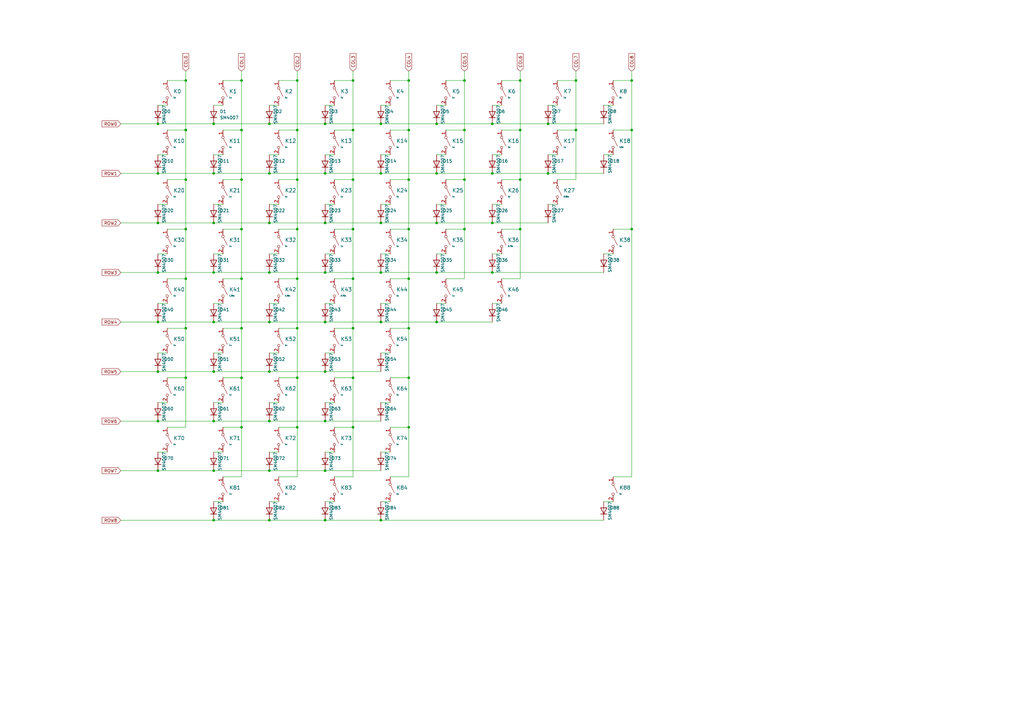
<source format=kicad_sch>
(kicad_sch (version 20211123) (generator eeschema)
  (paper "A3")
  (junction (at 167.64 175.26))
  (junction (at 167.64 114.3))
  (junction (at 190.5 73.66))
  (junction (at 179.07 50.8))
  (junction (at 259.08 53.34))
  (junction (at 64.77 91.44))
  (junction (at 110.49 50.8))
  (junction (at 224.79 50.8))
  (junction (at 201.93 71.12))
  (junction (at 259.08 33.02))
  (junction (at 121.92 33.02))
  (junction (at 76.2 154.94))
  (junction (at 236.22 53.34))
  (junction (at 156.21 111.76))
  (junction (at 213.36 53.34))
  (junction (at 76.2 53.34))
  (junction (at 201.93 50.8))
  (junction (at 133.35 71.12))
  (junction (at 64.77 132.08))
  (junction (at 213.36 33.02))
  (junction (at 110.49 132.08))
  (junction (at 156.21 213.36))
  (junction (at 179.07 71.12))
  (junction (at 144.78 73.66))
  (junction (at 121.92 175.26))
  (junction (at 87.63 172.72))
  (junction (at 179.07 132.08))
  (junction (at 144.78 134.62))
  (junction (at 133.35 152.4))
  (junction (at 156.21 132.08))
  (junction (at 87.63 193.04))
  (junction (at 110.49 91.44))
  (junction (at 110.49 111.76))
  (junction (at 99.06 33.02))
  (junction (at 64.77 193.04))
  (junction (at 133.35 50.8))
  (junction (at 121.92 53.34))
  (junction (at 156.21 50.8))
  (junction (at 87.63 213.36))
  (junction (at 224.79 71.12))
  (junction (at 87.63 132.08))
  (junction (at 121.92 134.62))
  (junction (at 121.92 114.3))
  (junction (at 190.5 93.98))
  (junction (at 156.21 91.44))
  (junction (at 110.49 193.04))
  (junction (at 236.22 33.02))
  (junction (at 179.07 91.44))
  (junction (at 167.64 73.66))
  (junction (at 133.35 111.76))
  (junction (at 87.63 152.4))
  (junction (at 76.2 73.66))
  (junction (at 167.64 53.34))
  (junction (at 110.49 213.36))
  (junction (at 64.77 71.12))
  (junction (at 144.78 154.94))
  (junction (at 99.06 53.34))
  (junction (at 110.49 172.72))
  (junction (at 99.06 154.94))
  (junction (at 190.5 33.02))
  (junction (at 167.64 33.02))
  (junction (at 99.06 73.66))
  (junction (at 133.35 91.44))
  (junction (at 121.92 154.94))
  (junction (at 144.78 175.26))
  (junction (at 76.2 33.02))
  (junction (at 76.2 93.98))
  (junction (at 110.49 71.12))
  (junction (at 201.93 111.76))
  (junction (at 179.07 111.76))
  (junction (at 87.63 71.12))
  (junction (at 64.77 50.8))
  (junction (at 213.36 73.66))
  (junction (at 144.78 53.34))
  (junction (at 133.35 193.04))
  (junction (at 259.08 93.98))
  (junction (at 133.35 172.72))
  (junction (at 167.64 134.62))
  (junction (at 76.2 134.62))
  (junction (at 99.06 93.98))
  (junction (at 167.64 93.98))
  (junction (at 110.49 152.4))
  (junction (at 156.21 71.12))
  (junction (at 201.93 91.44))
  (junction (at 167.64 154.94))
  (junction (at 64.77 152.4))
  (junction (at 144.78 93.98))
  (junction (at 121.92 73.66))
  (junction (at 87.63 50.8))
  (junction (at 64.77 172.72))
  (junction (at 87.63 91.44))
  (junction (at 144.78 114.3))
  (junction (at 133.35 213.36))
  (junction (at 133.35 132.08))
  (junction (at 99.06 175.26))
  (junction (at 121.92 93.98))
  (junction (at 190.5 53.34))
  (junction (at 64.77 111.76))
  (junction (at 99.06 134.62))
  (junction (at 144.78 33.02))
  (junction (at 76.2 114.3))
  (junction (at 213.36 93.98))
  (junction (at 99.06 114.3))
  (junction (at 87.63 111.76))
  (wire (pts (xy 49.53 71.12) (xy 64.77 71.12)))
  (wire (pts (xy 236.22 53.34) (xy 236.22 73.66)))
  (wire (pts (xy 64.77 185.42) (xy 68.58 185.42)))
  (wire (pts (xy 91.44 154.94) (xy 99.06 154.94)))
  (wire (pts (xy 160.02 114.3) (xy 167.64 114.3)))
  (wire (pts (xy 156.21 71.12) (xy 179.07 71.12)))
  (wire (pts (xy 224.79 71.12) (xy 247.65 71.12)))
  (wire (pts (xy 121.92 134.62) (xy 121.92 154.94)))
  (wire (pts (xy 68.58 114.3) (xy 76.2 114.3)))
  (wire (pts (xy 133.35 132.08) (xy 156.21 132.08)))
  (wire (pts (xy 87.63 152.4) (xy 110.49 152.4)))
  (wire (pts (xy 156.21 132.08) (xy 179.07 132.08)))
  (wire (pts (xy 144.78 29.21) (xy 144.78 33.02)))
  (wire (pts (xy 99.06 154.94) (xy 99.06 175.26)))
  (wire (pts (xy 156.21 83.82) (xy 160.02 83.82)))
  (wire (pts (xy 201.93 111.76) (xy 247.65 111.76)))
  (wire (pts (xy 87.63 43.18) (xy 91.44 43.18)))
  (wire (pts (xy 156.21 185.42) (xy 160.02 185.42)))
  (wire (pts (xy 99.06 93.98) (xy 99.06 114.3)))
  (wire (pts (xy 133.35 50.8) (xy 156.21 50.8)))
  (wire (pts (xy 167.64 33.02) (xy 167.64 53.34)))
  (wire (pts (xy 160.02 134.62) (xy 167.64 134.62)))
  (wire (pts (xy 133.35 124.46) (xy 137.16 124.46)))
  (wire (pts (xy 144.78 33.02) (xy 144.78 53.34)))
  (wire (pts (xy 114.3 175.26) (xy 121.92 175.26)))
  (wire (pts (xy 156.21 50.8) (xy 179.07 50.8)))
  (wire (pts (xy 205.74 114.3) (xy 213.36 114.3)))
  (wire (pts (xy 190.5 73.66) (xy 190.5 93.98)))
  (wire (pts (xy 99.06 33.02) (xy 91.44 33.02)))
  (wire (pts (xy 91.44 195.58) (xy 99.06 195.58)))
  (wire (pts (xy 167.64 29.21) (xy 167.64 33.02)))
  (wire (pts (xy 114.3 134.62) (xy 121.92 134.62)))
  (wire (pts (xy 87.63 144.78) (xy 91.44 144.78)))
  (wire (pts (xy 167.64 93.98) (xy 167.64 114.3)))
  (wire (pts (xy 68.58 93.98) (xy 76.2 93.98)))
  (wire (pts (xy 64.77 104.14) (xy 68.58 104.14)))
  (wire (pts (xy 91.44 53.34) (xy 99.06 53.34)))
  (wire (pts (xy 156.21 124.46) (xy 160.02 124.46)))
  (wire (pts (xy 179.07 132.08) (xy 201.93 132.08)))
  (wire (pts (xy 114.3 93.98) (xy 121.92 93.98)))
  (wire (pts (xy 179.07 43.18) (xy 182.88 43.18)))
  (wire (pts (xy 160.02 93.98) (xy 167.64 93.98)))
  (wire (pts (xy 110.49 144.78) (xy 114.3 144.78)))
  (wire (pts (xy 64.77 132.08) (xy 87.63 132.08)))
  (wire (pts (xy 190.5 53.34) (xy 190.5 73.66)))
  (wire (pts (xy 137.16 134.62) (xy 144.78 134.62)))
  (wire (pts (xy 190.5 33.02) (xy 190.5 53.34)))
  (wire (pts (xy 236.22 29.21) (xy 236.22 33.02)))
  (wire (pts (xy 110.49 91.44) (xy 133.35 91.44)))
  (wire (pts (xy 137.16 195.58) (xy 144.78 195.58)))
  (wire (pts (xy 179.07 50.8) (xy 201.93 50.8)))
  (wire (pts (xy 68.58 73.66) (xy 76.2 73.66)))
  (wire (pts (xy 76.2 29.21) (xy 76.2 33.02)))
  (wire (pts (xy 87.63 132.08) (xy 110.49 132.08)))
  (wire (pts (xy 64.77 91.44) (xy 87.63 91.44)))
  (wire (pts (xy 213.36 29.21) (xy 213.36 33.02)))
  (wire (pts (xy 64.77 63.5) (xy 68.58 63.5)))
  (wire (pts (xy 133.35 165.1) (xy 137.16 165.1)))
  (wire (pts (xy 87.63 63.5) (xy 91.44 63.5)))
  (wire (pts (xy 87.63 111.76) (xy 110.49 111.76)))
  (wire (pts (xy 137.16 114.3) (xy 144.78 114.3)))
  (wire (pts (xy 133.35 144.78) (xy 137.16 144.78)))
  (wire (pts (xy 201.93 91.44) (xy 224.79 91.44)))
  (wire (pts (xy 121.92 29.21) (xy 121.92 33.02)))
  (wire (pts (xy 133.35 111.76) (xy 156.21 111.76)))
  (wire (pts (xy 133.35 91.44) (xy 156.21 91.44)))
  (wire (pts (xy 247.65 205.74) (xy 251.46 205.74)))
  (wire (pts (xy 76.2 93.98) (xy 76.2 114.3)))
  (wire (pts (xy 114.3 114.3) (xy 121.92 114.3)))
  (wire (pts (xy 87.63 185.42) (xy 91.44 185.42)))
  (wire (pts (xy 133.35 185.42) (xy 137.16 185.42)))
  (wire (pts (xy 76.2 114.3) (xy 76.2 134.62)))
  (wire (pts (xy 87.63 83.82) (xy 91.44 83.82)))
  (wire (pts (xy 236.22 33.02) (xy 228.6 33.02)))
  (wire (pts (xy 167.64 154.94) (xy 167.64 175.26)))
  (wire (pts (xy 110.49 124.46) (xy 114.3 124.46)))
  (wire (pts (xy 49.53 91.44) (xy 64.77 91.44)))
  (wire (pts (xy 213.36 33.02) (xy 213.36 53.34)))
  (wire (pts (xy 167.64 175.26) (xy 167.64 195.58)))
  (wire (pts (xy 213.36 33.02) (xy 205.74 33.02)))
  (wire (pts (xy 64.77 83.82) (xy 68.58 83.82)))
  (wire (pts (xy 110.49 43.18) (xy 114.3 43.18)))
  (wire (pts (xy 87.63 193.04) (xy 110.49 193.04)))
  (wire (pts (xy 156.21 111.76) (xy 179.07 111.76)))
  (wire (pts (xy 68.58 134.62) (xy 76.2 134.62)))
  (wire (pts (xy 68.58 53.34) (xy 76.2 53.34)))
  (wire (pts (xy 167.64 114.3) (xy 167.64 134.62)))
  (wire (pts (xy 99.06 175.26) (xy 99.06 195.58)))
  (wire (pts (xy 110.49 132.08) (xy 133.35 132.08)))
  (wire (pts (xy 121.92 154.94) (xy 121.92 175.26)))
  (wire (pts (xy 201.93 124.46) (xy 205.74 124.46)))
  (wire (pts (xy 76.2 33.02) (xy 76.2 53.34)))
  (wire (pts (xy 49.53 172.72) (xy 64.77 172.72)))
  (wire (pts (xy 133.35 193.04) (xy 156.21 193.04)))
  (wire (pts (xy 247.65 63.5) (xy 251.46 63.5)))
  (wire (pts (xy 68.58 33.02) (xy 76.2 33.02)))
  (wire (pts (xy 167.64 33.02) (xy 160.02 33.02)))
  (wire (pts (xy 121.92 53.34) (xy 121.92 73.66)))
  (wire (pts (xy 64.77 165.1) (xy 68.58 165.1)))
  (wire (pts (xy 251.46 53.34) (xy 259.08 53.34)))
  (wire (pts (xy 179.07 71.12) (xy 201.93 71.12)))
  (wire (pts (xy 91.44 175.26) (xy 99.06 175.26)))
  (wire (pts (xy 87.63 124.46) (xy 91.44 124.46)))
  (wire (pts (xy 251.46 93.98) (xy 259.08 93.98)))
  (wire (pts (xy 64.77 124.46) (xy 68.58 124.46)))
  (wire (pts (xy 182.88 114.3) (xy 190.5 114.3)))
  (wire (pts (xy 64.77 111.76) (xy 87.63 111.76)))
  (wire (pts (xy 144.78 134.62) (xy 144.78 154.94)))
  (wire (pts (xy 110.49 104.14) (xy 114.3 104.14)))
  (wire (pts (xy 224.79 63.5) (xy 228.6 63.5)))
  (wire (pts (xy 121.92 33.02) (xy 121.92 53.34)))
  (wire (pts (xy 179.07 111.76) (xy 201.93 111.76)))
  (wire (pts (xy 182.88 93.98) (xy 190.5 93.98)))
  (wire (pts (xy 110.49 172.72) (xy 133.35 172.72)))
  (wire (pts (xy 133.35 63.5) (xy 137.16 63.5)))
  (wire (pts (xy 144.78 114.3) (xy 144.78 134.62)))
  (wire (pts (xy 110.49 213.36) (xy 133.35 213.36)))
  (wire (pts (xy 160.02 175.26) (xy 167.64 175.26)))
  (wire (pts (xy 137.16 53.34) (xy 144.78 53.34)))
  (wire (pts (xy 87.63 104.14) (xy 91.44 104.14)))
  (wire (pts (xy 228.6 73.66) (xy 236.22 73.66)))
  (wire (pts (xy 49.53 111.76) (xy 64.77 111.76)))
  (wire (pts (xy 236.22 33.02) (xy 236.22 53.34)))
  (wire (pts (xy 228.6 53.34) (xy 236.22 53.34)))
  (wire (pts (xy 87.63 91.44) (xy 110.49 91.44)))
  (wire (pts (xy 49.53 50.8) (xy 64.77 50.8)))
  (wire (pts (xy 201.93 71.12) (xy 224.79 71.12)))
  (wire (pts (xy 49.53 152.4) (xy 64.77 152.4)))
  (wire (pts (xy 213.36 53.34) (xy 213.36 73.66)))
  (wire (pts (xy 156.21 144.78) (xy 160.02 144.78)))
  (wire (pts (xy 49.53 132.08) (xy 64.77 132.08)))
  (wire (pts (xy 247.65 104.14) (xy 251.46 104.14)))
  (wire (pts (xy 144.78 175.26) (xy 144.78 195.58)))
  (wire (pts (xy 133.35 104.14) (xy 137.16 104.14)))
  (wire (pts (xy 137.16 154.94) (xy 144.78 154.94)))
  (wire (pts (xy 137.16 73.66) (xy 144.78 73.66)))
  (wire (pts (xy 114.3 195.58) (xy 121.92 195.58)))
  (wire (pts (xy 144.78 73.66) (xy 144.78 93.98)))
  (wire (pts (xy 182.88 73.66) (xy 190.5 73.66)))
  (wire (pts (xy 259.08 33.02) (xy 259.08 53.34)))
  (wire (pts (xy 167.64 53.34) (xy 167.64 73.66)))
  (wire (pts (xy 121.92 73.66) (xy 121.92 93.98)))
  (wire (pts (xy 76.2 154.94) (xy 76.2 175.26)))
  (wire (pts (xy 110.49 165.1) (xy 114.3 165.1)))
  (wire (pts (xy 179.07 91.44) (xy 201.93 91.44)))
  (wire (pts (xy 213.36 93.98) (xy 213.36 114.3)))
  (wire (pts (xy 182.88 53.34) (xy 190.5 53.34)))
  (wire (pts (xy 133.35 152.4) (xy 156.21 152.4)))
  (wire (pts (xy 49.53 213.36) (xy 87.63 213.36)))
  (wire (pts (xy 76.2 53.34) (xy 76.2 73.66)))
  (wire (pts (xy 64.77 50.8) (xy 87.63 50.8)))
  (wire (pts (xy 121.92 114.3) (xy 121.92 134.62)))
  (wire (pts (xy 110.49 185.42) (xy 114.3 185.42)))
  (wire (pts (xy 190.5 93.98) (xy 190.5 114.3)))
  (wire (pts (xy 99.06 114.3) (xy 99.06 134.62)))
  (wire (pts (xy 201.93 104.14) (xy 205.74 104.14)))
  (wire (pts (xy 110.49 111.76) (xy 133.35 111.76)))
  (wire (pts (xy 156.21 205.74) (xy 160.02 205.74)))
  (wire (pts (xy 160.02 195.58) (xy 167.64 195.58)))
  (wire (pts (xy 110.49 71.12) (xy 133.35 71.12)))
  (wire (pts (xy 259.08 93.98) (xy 259.08 195.58)))
  (wire (pts (xy 114.3 154.94) (xy 121.92 154.94)))
  (wire (pts (xy 144.78 33.02) (xy 137.16 33.02)))
  (wire (pts (xy 91.44 114.3) (xy 99.06 114.3)))
  (wire (pts (xy 114.3 73.66) (xy 121.92 73.66)))
  (wire (pts (xy 179.07 104.14) (xy 182.88 104.14)))
  (wire (pts (xy 110.49 63.5) (xy 114.3 63.5)))
  (wire (pts (xy 201.93 43.18) (xy 205.74 43.18)))
  (wire (pts (xy 144.78 53.34) (xy 144.78 73.66)))
  (wire (pts (xy 167.64 134.62) (xy 167.64 154.94)))
  (wire (pts (xy 87.63 172.72) (xy 110.49 172.72)))
  (wire (pts (xy 160.02 73.66) (xy 167.64 73.66)))
  (wire (pts (xy 91.44 73.66) (xy 99.06 73.66)))
  (wire (pts (xy 110.49 83.82) (xy 114.3 83.82)))
  (wire (pts (xy 133.35 205.74) (xy 137.16 205.74)))
  (wire (pts (xy 87.63 205.74) (xy 91.44 205.74)))
  (wire (pts (xy 110.49 205.74) (xy 114.3 205.74)))
  (wire (pts (xy 99.06 29.21) (xy 99.06 33.02)))
  (wire (pts (xy 190.5 29.21) (xy 190.5 33.02)))
  (wire (pts (xy 68.58 175.26) (xy 76.2 175.26)))
  (wire (pts (xy 205.74 53.34) (xy 213.36 53.34)))
  (wire (pts (xy 156.21 104.14) (xy 160.02 104.14)))
  (wire (pts (xy 144.78 93.98) (xy 144.78 114.3)))
  (wire (pts (xy 156.21 91.44) (xy 179.07 91.44)))
  (wire (pts (xy 114.3 53.34) (xy 121.92 53.34)))
  (wire (pts (xy 160.02 53.34) (xy 167.64 53.34)))
  (wire (pts (xy 156.21 63.5) (xy 160.02 63.5)))
  (wire (pts (xy 87.63 50.8) (xy 110.49 50.8)))
  (wire (pts (xy 110.49 50.8) (xy 133.35 50.8)))
  (wire (pts (xy 64.77 172.72) (xy 87.63 172.72)))
  (wire (pts (xy 137.16 175.26) (xy 144.78 175.26)))
  (wire (pts (xy 259.08 53.34) (xy 259.08 93.98)))
  (wire (pts (xy 156.21 43.18) (xy 160.02 43.18)))
  (wire (pts (xy 121.92 93.98) (xy 121.92 114.3)))
  (wire (pts (xy 99.06 134.62) (xy 99.06 154.94)))
  (wire (pts (xy 87.63 165.1) (xy 91.44 165.1)))
  (wire (pts (xy 190.5 33.02) (xy 182.88 33.02)))
  (wire (pts (xy 133.35 71.12) (xy 156.21 71.12)))
  (wire (pts (xy 201.93 63.5) (xy 205.74 63.5)))
  (wire (pts (xy 76.2 73.66) (xy 76.2 93.98)))
  (wire (pts (xy 247.65 43.18) (xy 251.46 43.18)))
  (wire (pts (xy 121.92 33.02) (xy 114.3 33.02)))
  (wire (pts (xy 156.21 165.1) (xy 160.02 165.1)))
  (wire (pts (xy 179.07 63.5) (xy 182.88 63.5)))
  (wire (pts (xy 224.79 43.18) (xy 228.6 43.18)))
  (wire (pts (xy 99.06 33.02) (xy 99.06 53.34)))
  (wire (pts (xy 224.79 83.82) (xy 228.6 83.82)))
  (wire (pts (xy 99.06 53.34) (xy 99.06 73.66)))
  (wire (pts (xy 110.49 193.04) (xy 133.35 193.04)))
  (wire (pts (xy 99.06 73.66) (xy 99.06 93.98)))
  (wire (pts (xy 76.2 134.62) (xy 76.2 154.94)))
  (wire (pts (xy 205.74 93.98) (xy 213.36 93.98)))
  (wire (pts (xy 213.36 73.66) (xy 213.36 93.98)))
  (wire (pts (xy 133.35 213.36) (xy 156.21 213.36)))
  (wire (pts (xy 259.08 29.21) (xy 259.08 33.02)))
  (wire (pts (xy 121.92 175.26) (xy 121.92 195.58)))
  (wire (pts (xy 259.08 33.02) (xy 251.46 33.02)))
  (wire (pts (xy 144.78 154.94) (xy 144.78 175.26)))
  (wire (pts (xy 224.79 50.8) (xy 247.65 50.8)))
  (wire (pts (xy 110.49 152.4) (xy 133.35 152.4)))
  (wire (pts (xy 133.35 43.18) (xy 137.16 43.18)))
  (wire (pts (xy 64.77 71.12) (xy 87.63 71.12)))
  (wire (pts (xy 87.63 71.12) (xy 110.49 71.12)))
  (wire (pts (xy 68.58 154.94) (xy 76.2 154.94)))
  (wire (pts (xy 160.02 154.94) (xy 167.64 154.94)))
  (wire (pts (xy 179.07 83.82) (xy 182.88 83.82)))
  (wire (pts (xy 91.44 134.62) (xy 99.06 134.62)))
  (wire (pts (xy 137.16 93.98) (xy 144.78 93.98)))
  (wire (pts (xy 49.53 193.04) (xy 64.77 193.04)))
  (wire (pts (xy 91.44 93.98) (xy 99.06 93.98)))
  (wire (pts (xy 64.77 193.04) (xy 87.63 193.04)))
  (wire (pts (xy 64.77 43.18) (xy 68.58 43.18)))
  (wire (pts (xy 64.77 152.4) (xy 87.63 152.4)))
  (wire (pts (xy 133.35 172.72) (xy 156.21 172.72)))
  (wire (pts (xy 167.64 73.66) (xy 167.64 93.98)))
  (wire (pts (xy 87.63 213.36) (xy 110.49 213.36)))
  (wire (pts (xy 251.46 195.58) (xy 259.08 195.58)))
  (wire (pts (xy 205.74 73.66) (xy 213.36 73.66)))
  (wire (pts (xy 201.93 83.82) (xy 205.74 83.82)))
  (wire (pts (xy 133.35 83.82) (xy 137.16 83.82)))
  (wire (pts (xy 156.21 213.36) (xy 247.65 213.36)))
  (wire (pts (xy 179.07 124.46) (xy 182.88 124.46)))
  (wire (pts (xy 64.77 144.78) (xy 68.58 144.78)))
  (wire (pts (xy 201.93 50.8) (xy 224.79 50.8)))
  (global_label "COL6" (shape input) (at 213.36 29.21 90) (property "Intersheet References" "${INTERSHEET_REFS}" (effects hide)))
  (global_label "COL7" (shape input) (at 236.22 29.21 90) (property "Intersheet References" "${INTERSHEET_REFS}" (effects hide)))
  (global_label "COL4" (shape input) (at 167.64 29.21 90) (property "Intersheet References" "${INTERSHEET_REFS}" (effects hide)))
  (global_label "COL5" (shape input) (at 190.5 29.21 90) (property "Intersheet References" "${INTERSHEET_REFS}" (effects hide)))
  (global_label "ROW2" (shape input) (at 49.53 91.44 180) (property "Intersheet References" "${INTERSHEET_REFS}" (effects hide)))
  (global_label "ROW1" (shape input) (at 49.53 71.12 180) (property "Intersheet References" "${INTERSHEET_REFS}" (effects hide)))
  (global_label "ROW6" (shape input) (at 49.53 172.72 180) (property "Intersheet References" "${INTERSHEET_REFS}" (effects hide)))
  (global_label "COL8" (shape input) (at 259.08 29.21 90) (property "Intersheet References" "${INTERSHEET_REFS}" (effects hide)))
  (global_label "COL1" (shape input) (at 99.06 29.21 90) (property "Intersheet References" "${INTERSHEET_REFS}" (effects hide)))
  (global_label "ROW5" (shape input) (at 49.53 152.4 180) (property "Intersheet References" "${INTERSHEET_REFS}" (effects hide)))
  (global_label "ROW7" (shape input) (at 49.53 193.04 180) (property "Intersheet References" "${INTERSHEET_REFS}" (effects hide)))
  (global_label "ROW3" (shape input) (at 49.53 111.76 180) (property "Intersheet References" "${INTERSHEET_REFS}" (effects hide)))
  (global_label "COL0" (shape input) (at 76.2 29.21 90) (property "Intersheet References" "${INTERSHEET_REFS}" (effects hide)))
  (global_label "ROW8" (shape input) (at 49.53 213.36 180) (property "Intersheet References" "${INTERSHEET_REFS}" (effects hide)))
  (global_label "ROW0" (shape input) (at 49.53 50.8 180) (property "Intersheet References" "${INTERSHEET_REFS}" (effects hide)))
  (global_label "ROW4" (shape input) (at 49.53 132.08 180) (property "Intersheet References" "${INTERSHEET_REFS}" (effects hide)))
  (global_label "COL3" (shape input) (at 144.78 29.21 90) (property "Intersheet References" "${INTERSHEET_REFS}" (effects hide)))
  (global_label "COL2" (shape input) (at 121.92 29.21 90) (property "Intersheet References" "${INTERSHEET_REFS}" (effects hide)))
  (symbol (lib_id "Diode:SM4007") (at 201.93 67.31 90) (unit 1)
    (property "Reference" "D16" (at 204.47 66.0399 90) (effects (justify right)))
    (property "Value" "SM4007" (at 204.47 67.31 0))
    (property "Footprint" "Diode_SMD:D_SOD-123F" (effects hide))
    (property "LCSC Part #" "C64898" (effects hide))
  )
  (symbol (lib_id "Diode:SM4007") (at 110.49 189.23 90) (unit 1)
    (property "Reference" "D72" (at 113.03 187.9599 90) (effects (justify right)))
    (property "Value" "SM4007" (at 113.03 189.23 0))
    (property "Footprint" "Diode_SMD:D_SOD-123F" (effects hide))
    (property "LCSC Part #" "C64898" (effects hide))
  )
  (symbol (lib_id "Switch:SW_SPST") (at 205.74 78.74 270) (unit 1)
    (property "Reference" "K26" (at 208.28 78.105 90) (effects (font (size 1.524 1.524)) (justify left)))
    (property "Value" "1u" (at 208.28 80.6449 90) (effects (font (size 0.508 0.508)) (justify left)))
    (property "Footprint" "acheron:MX100H" (effects hide))
    (property "LCSC Part #" "C5156480" (effects hide))
  )
  (symbol (lib_id "Diode:SM4007") (at 87.63 107.95 90) (unit 1)
    (property "Reference" "D31" (at 90.17 106.6799 90) (effects (justify right)))
    (property "Value" "SM4007" (at 90.17 107.95 0))
    (property "Footprint" "Diode_SMD:D_SOD-123F" (effects hide))
    (property "LCSC Part #" "C64898" (effects hide))
  )
  (symbol (lib_id "Switch:SW_SPST") (at 160.02 38.1 270) (unit 1)
    (property "Reference" "K4" (at 162.56 37.465 90) (effects (font (size 1.524 1.524)) (justify left)))
    (property "Value" "1u" (at 162.56 40.0049 90) (effects (font (size 0.508 0.508)) (justify left)))
    (property "Footprint" "acheron:MX100H" (effects hide))
    (property "LCSC Part #" "C5156480" (effects hide))
  )
  (symbol (lib_id "Switch:SW_SPST") (at 160.02 160.02 270) (unit 1)
    (property "Reference" "K64" (at 162.56 159.385 90) (effects (font (size 1.524 1.524)) (justify left)))
    (property "Value" "1u" (at 162.56 161.9249 90) (effects (font (size 0.508 0.508)) (justify left)))
    (property "Footprint" "acheron:MX100H" (effects hide))
    (property "LCSC Part #" "C5156480" (effects hide))
  )
  (symbol (lib_id "Switch:SW_SPST") (at 160.02 99.06 270) (unit 1)
    (property "Reference" "K34" (at 162.56 98.425 90) (effects (font (size 1.524 1.524)) (justify left)))
    (property "Value" "1u" (at 162.56 100.9649 90) (effects (font (size 0.508 0.508)) (justify left)))
    (property "Footprint" "acheron:MX100H" (effects hide))
    (property "LCSC Part #" "C5156480" (effects hide))
  )
  (symbol (lib_id "Diode:SM4007") (at 64.77 46.99 90) (unit 1)
    (property "Reference" "D0" (at 67.31 45.7199 90) (effects (justify right)))
    (property "Value" "SM4007" (at 67.31 46.99 0))
    (property "Footprint" "Diode_SMD:D_SOD-123F" (effects hide))
    (property "LCSC Part #" "C64898" (effects hide))
  )
  (symbol (lib_id "Diode:SM4007") (at 87.63 168.91 90) (unit 1)
    (property "Reference" "D61" (at 90.17 167.6399 90) (effects (justify right)))
    (property "Value" "SM4007" (at 90.17 168.91 0))
    (property "Footprint" "Diode_SMD:D_SOD-123F" (effects hide))
    (property "LCSC Part #" "C64898" (effects hide))
  )
  (symbol (lib_id "Switch:SW_SPST") (at 205.74 119.38 270) (unit 1)
    (property "Reference" "K46" (at 208.28 118.745 90) (effects (font (size 1.524 1.524)) (justify left)))
    (property "Value" "1u" (at 208.28 121.2849 90) (effects (font (size 0.508 0.508)) (justify left)))
    (property "Footprint" "acheron:MX100H" (effects hide))
    (property "LCSC Part #" "C5156480" (effects hide))
  )
  (symbol (lib_id "Diode:SM4007") (at 110.49 46.99 90) (unit 1)
    (property "Reference" "D2" (at 113.03 45.7199 90) (effects (justify right)))
    (property "Value" "SM4007" (at 113.03 46.99 0))
    (property "Footprint" "Diode_SMD:D_SOD-123F" (effects hide))
    (property "LCSC Part #" "C64898" (effects hide))
  )
  (symbol (lib_id "Switch:SW_SPST") (at 91.44 99.06 270) (unit 1)
    (property "Reference" "K31" (at 93.98 98.425 90) (effects (font (size 1.524 1.524)) (justify left)))
    (property "Value" "1u" (at 93.98 100.9649 90) (effects (font (size 0.508 0.508)) (justify left)))
    (property "Footprint" "acheron:MX100H" (effects hide))
    (property "LCSC Part #" "C5156480" (effects hide))
  )
  (symbol (lib_id "Diode:SM4007") (at 179.07 107.95 90) (unit 1)
    (property "Reference" "D35" (at 181.61 106.6799 90) (effects (justify right)))
    (property "Value" "SM4007" (at 181.61 107.95 0))
    (property "Footprint" "Diode_SMD:D_SOD-123F" (effects hide))
    (property "LCSC Part #" "C64898" (effects hide))
  )
  (symbol (lib_id "Switch:SW_SPST") (at 68.58 180.34 270) (unit 1)
    (property "Reference" "K70" (at 71.12 179.705 90) (effects (font (size 1.524 1.524)) (justify left)))
    (property "Value" "1u" (at 71.12 182.2449 90) (effects (font (size 0.508 0.508)) (justify left)))
    (property "Footprint" "acheron:MX100H" (effects hide))
    (property "LCSC Part #" "C5156480" (effects hide))
  )
  (symbol (lib_id "Switch:SW_SPST") (at 205.74 38.1 270) (unit 1)
    (property "Reference" "K6" (at 208.28 37.465 90) (effects (font (size 1.524 1.524)) (justify left)))
    (property "Value" "1u" (at 208.28 40.0049 90) (effects (font (size 0.508 0.508)) (justify left)))
    (property "Footprint" "acheron:MX100H" (effects hide))
    (property "LCSC Part #" "C5156480" (effects hide))
  )
  (symbol (lib_id "Diode:SM4007") (at 201.93 46.99 90) (unit 1)
    (property "Reference" "D6" (at 204.47 45.7199 90) (effects (justify right)))
    (property "Value" "SM4007" (at 204.47 46.99 0))
    (property "Footprint" "Diode_SMD:D_SOD-123F" (effects hide))
    (property "LCSC Part #" "C64898" (effects hide))
  )
  (symbol (lib_id "Diode:SM4007") (at 87.63 46.99 90) (unit 1)
    (property "Reference" "D1" (at 90.17 45.7199 90) (effects (justify right)))
    (property "Value" "SM4007" (at 90.17 48.2599 90) (effects (justify right)))
    (property "Footprint" "Diode_SMD:D_SOD-123F" (effects hide))
    (property "LCSC Part #" "C64898" (effects hide))
  )
  (symbol (lib_id "Diode:SM4007") (at 179.07 67.31 90) (unit 1)
    (property "Reference" "D15" (at 181.61 66.0399 90) (effects (justify right)))
    (property "Value" "SM4007" (at 181.61 67.31 0))
    (property "Footprint" "Diode_SMD:D_SOD-123F" (effects hide))
    (property "LCSC Part #" "C64898" (effects hide))
  )
  (symbol (lib_id "Diode:SM4007") (at 87.63 67.31 90) (unit 1)
    (property "Reference" "D11" (at 90.17 66.0399 90) (effects (justify right)))
    (property "Value" "SM4007" (at 90.17 67.31 0))
    (property "Footprint" "Diode_SMD:D_SOD-123F" (effects hide))
    (property "LCSC Part #" "C64898" (effects hide))
  )
  (symbol (lib_id "Switch:SW_SPST") (at 137.16 180.34 270) (unit 1)
    (property "Reference" "K73" (at 139.7 179.705 90) (effects (font (size 1.524 1.524)) (justify left)))
    (property "Value" "1u" (at 139.7 182.2449 90) (effects (font (size 0.508 0.508)) (justify left)))
    (property "Footprint" "acheron:MX100H" (effects hide))
    (property "LCSC Part #" "C5156480" (effects hide))
  )
  (symbol (lib_id "Switch:SW_SPST") (at 160.02 180.34 270) (unit 1)
    (property "Reference" "K74" (at 162.56 179.705 90) (effects (font (size 1.524 1.524)) (justify left)))
    (property "Value" "1u" (at 162.56 182.2449 90) (effects (font (size 0.508 0.508)) (justify left)))
    (property "Footprint" "acheron:MX100H" (effects hide))
    (property "LCSC Part #" "C5156480" (effects hide))
  )
  (symbol (lib_id "Diode:SM4007") (at 224.79 87.63 90) (unit 1)
    (property "Reference" "D27" (at 227.33 86.3599 90) (effects (justify right)))
    (property "Value" "SM4007" (at 227.33 87.63 0))
    (property "Footprint" "Diode_SMD:D_SOD-123F" (effects hide))
    (property "LCSC Part #" "C64898" (effects hide))
  )
  (symbol (lib_id "Switch:SW_SPST") (at 91.44 58.42 270) (unit 1)
    (property "Reference" "K11" (at 93.98 57.785 90) (effects (font (size 1.524 1.524)) (justify left)))
    (property "Value" "1u" (at 93.98 60.3249 90) (effects (font (size 0.508 0.508)) (justify left)))
    (property "Footprint" "acheron:MX100H" (effects hide))
    (property "LCSC Part #" "C5156480" (effects hide))
  )
  (symbol (lib_id "Diode:SM4007") (at 179.07 128.27 90) (unit 1)
    (property "Reference" "D45" (at 181.61 126.9999 90) (effects (justify right)))
    (property "Value" "SM4007" (at 181.61 128.27 0))
    (property "Footprint" "Diode_SMD:D_SOD-123F" (effects hide))
    (property "LCSC Part #" "C64898" (effects hide))
  )
  (symbol (lib_id "Diode:SM4007") (at 156.21 209.55 90) (unit 1)
    (property "Reference" "D84" (at 158.75 208.2799 90) (effects (justify right)))
    (property "Value" "SM4007" (at 158.75 209.55 0))
    (property "Footprint" "Diode_SMD:D_SOD-123F" (effects hide))
    (property "LCSC Part #" "C64898" (effects hide))
  )
  (symbol (lib_id "Switch:SW_SPST") (at 114.3 139.7 270) (unit 1)
    (property "Reference" "K52" (at 116.84 139.065 90) (effects (font (size 1.524 1.524)) (justify left)))
    (property "Value" "1u" (at 116.84 141.6049 90) (effects (font (size 0.508 0.508)) (justify left)))
    (property "Footprint" "acheron:MX100H" (effects hide))
    (property "LCSC Part #" "C5156480" (effects hide))
  )
  (symbol (lib_id "Switch:SW_SPST") (at 160.02 58.42 270) (unit 1)
    (property "Reference" "K14" (at 162.56 57.785 90) (effects (font (size 1.524 1.524)) (justify left)))
    (property "Value" "1u" (at 162.56 60.3249 90) (effects (font (size 0.508 0.508)) (justify left)))
    (property "Footprint" "acheron:MX100H" (effects hide))
    (property "LCSC Part #" "C5156480" (effects hide))
  )
  (symbol (lib_id "Switch:SW_SPST") (at 114.3 99.06 270) (unit 1)
    (property "Reference" "K32" (at 116.84 98.425 90) (effects (font (size 1.524 1.524)) (justify left)))
    (property "Value" "1u" (at 116.84 100.9649 90) (effects (font (size 0.508 0.508)) (justify left)))
    (property "Footprint" "acheron:MX100H" (effects hide))
    (property "LCSC Part #" "C5156480" (effects hide))
  )
  (symbol (lib_id "Switch:SW_SPST") (at 114.3 180.34 270) (unit 1)
    (property "Reference" "K72" (at 116.84 179.705 90) (effects (font (size 1.524 1.524)) (justify left)))
    (property "Value" "1u" (at 116.84 182.2449 90) (effects (font (size 0.508 0.508)) (justify left)))
    (property "Footprint" "acheron:MX100H" (effects hide))
    (property "LCSC Part #" "C5156480" (effects hide))
  )
  (symbol (lib_id "Diode:SM4007") (at 133.35 189.23 90) (unit 1)
    (property "Reference" "D73" (at 135.89 187.9599 90) (effects (justify right)))
    (property "Value" "SM4007" (at 135.89 189.23 0))
    (property "Footprint" "Diode_SMD:D_SOD-123F" (effects hide))
    (property "LCSC Part #" "C64898" (effects hide))
  )
  (symbol (lib_id "Diode:SM4007") (at 179.07 46.99 90) (unit 1)
    (property "Reference" "D5" (at 181.61 45.7199 90) (effects (justify right)))
    (property "Value" "SM4007" (at 181.61 46.99 0))
    (property "Footprint" "Diode_SMD:D_SOD-123F" (effects hide))
    (property "LCSC Part #" "C64898" (effects hide))
  )
  (symbol (lib_id "Switch:SW_SPST") (at 68.58 119.38 270) (unit 1)
    (property "Reference" "K40" (at 71.12 118.745 90) (effects (font (size 1.524 1.524)) (justify left)))
    (property "Value" "1u" (at 71.12 121.2849 90) (effects (font (size 0.508 0.508)) (justify left)))
    (property "Footprint" "acheron:MX100H" (effects hide))
    (property "LCSC Part #" "C5156480" (effects hide))
  )
  (symbol (lib_id "Switch:SW_SPST") (at 137.16 99.06 270) (unit 1)
    (property "Reference" "K33" (at 139.7 98.425 90) (effects (font (size 1.524 1.524)) (justify left)))
    (property "Value" "1u" (at 139.7 100.9649 90) (effects (font (size 0.508 0.508)) (justify left)))
    (property "Footprint" "acheron:MX100H" (effects hide))
    (property "LCSC Part #" "C5156480" (effects hide))
  )
  (symbol (lib_id "Diode:SM4007") (at 247.65 67.31 90) (unit 1)
    (property "Reference" "D18" (at 250.19 66.0399 90) (effects (justify right)))
    (property "Value" "SM4007" (at 250.19 67.31 0))
    (property "Footprint" "Diode_SMD:D_SOD-123F" (effects hide))
    (property "LCSC Part #" "C64898" (effects hide))
  )
  (symbol (lib_id "Diode:SM4007") (at 110.49 209.55 90) (unit 1)
    (property "Reference" "D82" (at 113.03 208.2799 90) (effects (justify right)))
    (property "Value" "SM4007" (at 113.03 209.55 0))
    (property "Footprint" "Diode_SMD:D_SOD-123F" (effects hide))
    (property "LCSC Part #" "C64898" (effects hide))
  )
  (symbol (lib_id "Diode:SM4007") (at 247.65 46.99 90) (unit 1)
    (property "Reference" "D8" (at 250.19 45.7199 90) (effects (justify right)))
    (property "Value" "SM4007" (at 250.19 46.99 0))
    (property "Footprint" "Diode_SMD:D_SOD-123F" (effects hide))
    (property "LCSC Part #" "C64898" (effects hide))
  )
  (symbol (lib_id "Diode:SM4007") (at 247.65 209.55 90) (unit 1)
    (property "Reference" "D88" (at 250.19 208.2799 90) (effects (justify right)))
    (property "Value" "SM4007" (at 250.19 209.55 0))
    (property "Footprint" "Diode_SMD:D_SOD-123F" (effects hide))
    (property "LCSC Part #" "C64898" (effects hide))
  )
  (symbol (lib_id "Switch:SW_SPST") (at 114.3 38.1 270) (unit 1)
    (property "Reference" "K2" (at 116.84 37.465 90) (effects (font (size 1.524 1.524)) (justify left)))
    (property "Value" "1u" (at 116.84 40.0049 90) (effects (font (size 0.508 0.508)) (justify left)))
    (property "Footprint" "acheron:MX100H" (effects hide))
    (property "LCSC Part #" "C5156480" (effects hide))
  )
  (symbol (lib_id "Switch:SW_SPST") (at 91.44 38.1 270) (unit 1)
    (property "Reference" "K1" (at 93.98 37.465 90) (effects (font (size 1.524 1.524)) (justify left)))
    (property "Value" "1u" (at 93.98 40.0049 90) (effects (font (size 0.508 0.508)) (justify left)))
    (property "Footprint" "acheron:MX100H" (effects hide))
    (property "LCSC Part #" "C5156480" (effects hide))
  )
  (symbol (lib_id "Switch:SW_SPST") (at 205.74 58.42 270) (unit 1)
    (property "Reference" "K16" (at 208.28 57.785 90) (effects (font (size 1.524 1.524)) (justify left)))
    (property "Value" "1u" (at 208.28 60.3249 90) (effects (font (size 0.508 0.508)) (justify left)))
    (property "Footprint" "acheron:MX100H" (effects hide))
    (property "LCSC Part #" "C5156480" (effects hide))
  )
  (symbol (lib_id "Diode:SM4007") (at 201.93 128.27 90) (unit 1)
    (property "Reference" "D46" (at 204.47 126.9999 90) (effects (justify right)))
    (property "Value" "SM4007" (at 204.47 128.27 0))
    (property "Footprint" "Diode_SMD:D_SOD-123F" (effects hide))
    (property "LCSC Part #" "C64898" (effects hide))
  )
  (symbol (lib_id "Switch:SW_SPST") (at 91.44 78.74 270) (unit 1)
    (property "Reference" "K21" (at 93.98 78.105 90) (effects (font (size 1.524 1.524)) (justify left)))
    (property "Value" "1u" (at 93.98 80.6449 90) (effects (font (size 0.508 0.508)) (justify left)))
    (property "Footprint" "acheron:MX100H" (effects hide))
    (property "LCSC Part #" "C5156480" (effects hide))
  )
  (symbol (lib_id "Switch:SW_SPST") (at 182.88 99.06 270) (unit 1)
    (property "Reference" "K35" (at 185.42 98.425 90) (effects (font (size 1.524 1.524)) (justify left)))
    (property "Value" "1u" (at 185.42 100.9649 90) (effects (font (size 0.508 0.508)) (justify left)))
    (property "Footprint" "acheron:MX100H" (effects hide))
    (property "LCSC Part #" "C5156480" (effects hide))
  )
  (symbol (lib_id "Diode:SM4007") (at 87.63 128.27 90) (unit 1)
    (property "Reference" "D41" (at 90.17 126.9999 90) (effects (justify right)))
    (property "Value" "SM4007" (at 90.17 128.27 0))
    (property "Footprint" "Diode_SMD:D_SOD-123F" (effects hide))
    (property "LCSC Part #" "C64898" (effects hide))
  )
  (symbol (lib_id "Switch:SW_SPST") (at 251.46 200.66 270) (unit 1)
    (property "Reference" "K88" (at 254 200.025 90) (effects (font (size 1.524 1.524)) (justify left)))
    (property "Value" "1u" (at 254 202.5649 90) (effects (font (size 0.508 0.508)) (justify left)))
    (property "Footprint" "acheron:MX100H" (effects hide))
    (property "LCSC Part #" "C5156480" (effects hide))
  )
  (symbol (lib_id "Switch:SW_SPST") (at 68.58 99.06 270) (unit 1)
    (property "Reference" "K30" (at 71.12 98.425 90) (effects (font (size 1.524 1.524)) (justify left)))
    (property "Value" "1u" (at 71.12 100.9649 90) (effects (font (size 0.508 0.508)) (justify left)))
    (property "Footprint" "acheron:MX100H" (effects hide))
    (property "LCSC Part #" "C5156480" (effects hide))
  )
  (symbol (lib_id "Diode:SM4007") (at 201.93 87.63 90) (unit 1)
    (property "Reference" "D26" (at 204.47 86.3599 90) (effects (justify right)))
    (property "Value" "SM4007" (at 204.47 87.63 0))
    (property "Footprint" "Diode_SMD:D_SOD-123F" (effects hide))
    (property "LCSC Part #" "C64898" (effects hide))
  )
  (symbol (lib_id "Diode:SM4007") (at 110.49 107.95 90) (unit 1)
    (property "Reference" "D32" (at 113.03 106.6799 90) (effects (justify right)))
    (property "Value" "SM4007" (at 113.03 107.95 0))
    (property "Footprint" "Diode_SMD:D_SOD-123F" (effects hide))
    (property "LCSC Part #" "C64898" (effects hide))
  )
  (symbol (lib_id "Diode:SM4007") (at 133.35 148.59 90) (unit 1)
    (property "Reference" "D53" (at 135.89 147.3199 90) (effects (justify right)))
    (property "Value" "SM4007" (at 135.89 148.59 0))
    (property "Footprint" "Diode_SMD:D_SOD-123F" (effects hide))
    (property "LCSC Part #" "C64898" (effects hide))
  )
  (symbol (lib_id "Switch:SW_SPST") (at 205.74 99.06 270) (unit 1)
    (property "Reference" "K36" (at 208.28 98.425 90) (effects (font (size 1.524 1.524)) (justify left)))
    (property "Value" "2.75u" (at 208.28 100.9649 90) (effects (font (size 0.508 0.508)) (justify left)))
    (property "Footprint" "acheron:MX275H" (effects hide))
    (property "LCSC Part #" "C5156480" (effects hide))
  )
  (symbol (lib_id "Switch:SW_SPST") (at 182.88 38.1 270) (unit 1)
    (property "Reference" "K5" (at 185.42 37.465 90) (effects (font (size 1.524 1.524)) (justify left)))
    (property "Value" "1u" (at 185.42 40.0049 90) (effects (font (size 0.508 0.508)) (justify left)))
    (property "Footprint" "acheron:MX100H" (effects hide))
    (property "LCSC Part #" "C5156480" (effects hide))
  )
  (symbol (lib_id "Switch:SW_SPST") (at 182.88 58.42 270) (unit 1)
    (property "Reference" "K15" (at 185.42 57.785 90) (effects (font (size 1.524 1.524)) (justify left)))
    (property "Value" "1u" (at 185.42 60.3249 90) (effects (font (size 0.508 0.508)) (justify left)))
    (property "Footprint" "acheron:MX100H" (effects hide))
    (property "LCSC Part #" "C5156480" (effects hide))
  )
  (symbol (lib_id "Switch:SW_SPST") (at 137.16 58.42 270) (unit 1)
    (property "Reference" "K13" (at 139.7 57.785 90) (effects (font (size 1.524 1.524)) (justify left)))
    (property "Value" "1u" (at 139.7 60.3249 90) (effects (font (size 0.508 0.508)) (justify left)))
    (property "Footprint" "acheron:MX100H" (effects hide))
    (property "LCSC Part #" "C5156480" (effects hide))
  )
  (symbol (lib_id "Diode:SM4007") (at 133.35 46.99 90) (unit 1)
    (property "Reference" "D3" (at 135.89 45.7199 90) (effects (justify right)))
    (property "Value" "SM4007" (at 135.89 46.99 0))
    (property "Footprint" "Diode_SMD:D_SOD-123F" (effects hide))
    (property "LCSC Part #" "C64898" (effects hide))
  )
  (symbol (lib_id "Diode:SM4007") (at 247.65 107.95 90) (unit 1)
    (property "Reference" "D38" (at 250.19 106.6799 90) (effects (justify right)))
    (property "Value" "SM4007" (at 250.19 107.95 0))
    (property "Footprint" "Diode_SMD:D_SOD-123F" (effects hide))
    (property "LCSC Part #" "C64898" (effects hide))
  )
  (symbol (lib_id "Switch:SW_SPST") (at 68.58 139.7 270) (unit 1)
    (property "Reference" "K50" (at 71.12 139.065 90) (effects (font (size 1.524 1.524)) (justify left)))
    (property "Value" "1u" (at 71.12 141.6049 90) (effects (font (size 0.508 0.508)) (justify left)))
    (property "Footprint" "acheron:MX100H" (effects hide))
    (property "LCSC Part #" "C5156480" (effects hide))
  )
  (symbol (lib_id "Switch:SW_SPST") (at 114.3 58.42 270) (unit 1)
    (property "Reference" "K12" (at 116.84 57.785 90) (effects (font (size 1.524 1.524)) (justify left)))
    (property "Value" "1u" (at 116.84 60.3249 90) (effects (font (size 0.508 0.508)) (justify left)))
    (property "Footprint" "acheron:MX100H" (effects hide))
    (property "LCSC Part #" "C5156480" (effects hide))
  )
  (symbol (lib_id "Switch:SW_SPST") (at 114.3 119.38 270) (unit 1)
    (property "Reference" "K42" (at 116.84 118.745 90) (effects (font (size 1.524 1.524)) (justify left)))
    (property "Value" "1.25u" (at 116.84 121.2849 90) (effects (font (size 0.508 0.508)) (justify left)))
    (property "Footprint" "acheron:MX125H" (effects hide))
    (property "LCSC Part #" "C5156480" (effects hide))
  )
  (symbol (lib_id "Diode:SM4007") (at 64.77 87.63 90) (unit 1)
    (property "Reference" "D20" (at 67.31 86.3599 90) (effects (justify right)))
    (property "Value" "SM4007" (at 67.31 87.63 0))
    (property "Footprint" "Diode_SMD:D_SOD-123F" (effects hide))
    (property "LCSC Part #" "C64898" (effects hide))
  )
  (symbol (lib_id "Diode:SM4007") (at 133.35 107.95 90) (unit 1)
    (property "Reference" "D33" (at 135.89 106.6799 90) (effects (justify right)))
    (property "Value" "SM4007" (at 135.89 107.95 0))
    (property "Footprint" "Diode_SMD:D_SOD-123F" (effects hide))
    (property "LCSC Part #" "C64898" (effects hide))
  )
  (symbol (lib_id "Switch:SW_SPST") (at 228.6 78.74 270) (unit 1)
    (property "Reference" "K27" (at 231.14 78.105 90) (effects (font (size 1.524 1.524)) (justify left)))
    (property "Value" "2.25u" (at 231.14 80.6449 90) (effects (font (size 0.508 0.508)) (justify left)))
    (property "Footprint" "acheron:MX225H" (effects hide))
    (property "LCSC Part #" "C5156480" (effects hide))
  )
  (symbol (lib_id "Switch:SW_SPST") (at 68.58 58.42 270) (unit 1)
    (property "Reference" "K10" (at 71.12 57.785 90) (effects (font (size 1.524 1.524)) (justify left)))
    (property "Value" "1u" (at 71.12 60.3249 90) (effects (font (size 0.508 0.508)) (justify left)))
    (property "Footprint" "acheron:MX100H" (effects hide))
    (property "LCSC Part #" "C5156480" (effects hide))
  )
  (symbol (lib_id "Diode:SM4007") (at 156.21 46.99 90) (unit 1)
    (property "Reference" "D4" (at 158.75 45.7199 90) (effects (justify right)))
    (property "Value" "SM4007" (at 158.75 46.99 0))
    (property "Footprint" "Diode_SMD:D_SOD-123F" (effects hide))
    (property "LCSC Part #" "C64898" (effects hide))
  )
  (symbol (lib_id "Diode:SM4007") (at 224.79 46.99 90) (unit 1)
    (property "Reference" "D7" (at 227.33 45.7199 90) (effects (justify right)))
    (property "Value" "SM4007" (at 227.33 46.99 0))
    (property "Footprint" "Diode_SMD:D_SOD-123F" (effects hide))
    (property "LCSC Part #" "C64898" (effects hide))
  )
  (symbol (lib_id "Switch:SW_SPST") (at 137.16 160.02 270) (unit 1)
    (property "Reference" "K63" (at 139.7 159.385 90) (effects (font (size 1.524 1.524)) (justify left)))
    (property "Value" "1u" (at 139.7 161.9249 90) (effects (font (size 0.508 0.508)) (justify left)))
    (property "Footprint" "acheron:MX100H" (effects hide))
    (property "LCSC Part #" "C5156480" (effects hide))
  )
  (symbol (lib_id "Switch:SW_SPST") (at 251.46 38.1 270) (unit 1)
    (property "Reference" "K8" (at 254 37.465 90) (effects (font (size 1.524 1.524)) (justify left)))
    (property "Value" "2u" (at 254 40.0049 90) (effects (font (size 0.508 0.508)) (justify left)))
    (property "Footprint" "acheron:MX200H" (effects hide))
    (property "LCSC Part #" "C5156480" (effects hide))
  )
  (symbol (lib_id "Switch:SW_SPST") (at 160.02 139.7 270) (unit 1)
    (property "Reference" "K54" (at 162.56 139.065 90) (effects (font (size 1.524 1.524)) (justify left)))
    (property "Value" "1u" (at 162.56 141.6049 90) (effects (font (size 0.508 0.508)) (justify left)))
    (property "Footprint" "acheron:MX100H" (effects hide))
    (property "LCSC Part #" "C5156480" (effects hide))
  )
  (symbol (lib_id "Switch:SW_SPST") (at 137.16 200.66 270) (unit 1)
    (property "Reference" "K83" (at 139.7 200.025 90) (effects (font (size 1.524 1.524)) (justify left)))
    (property "Value" "1u" (at 139.7 202.5649 90) (effects (font (size 0.508 0.508)) (justify left)))
    (property "Footprint" "acheron:MX100H" (effects hide))
    (property "LCSC Part #" "C5156480" (effects hide))
  )
  (symbol (lib_id "Switch:SW_SPST") (at 91.44 119.38 270) (unit 1)
    (property "Reference" "K41" (at 93.98 118.745 90) (effects (font (size 1.524 1.524)) (justify left)))
    (property "Value" "1.25u" (at 93.98 121.2849 90) (effects (font (size 0.508 0.508)) (justify left)))
    (property "Footprint" "acheron:MX125H" (effects hide))
    (property "LCSC Part #" "C5156480" (effects hide))
  )
  (symbol (lib_id "Switch:SW_SPST") (at 137.16 78.74 270) (unit 1)
    (property "Reference" "K23" (at 139.7 78.105 90) (effects (font (size 1.524 1.524)) (justify left)))
    (property "Value" "1u" (at 139.7 80.6449 90) (effects (font (size 0.508 0.508)) (justify left)))
    (property "Footprint" "acheron:MX100H" (effects hide))
    (property "LCSC Part #" "C5156480" (effects hide))
  )
  (symbol (lib_id "Switch:SW_SPST") (at 137.16 119.38 270) (unit 1)
    (property "Reference" "K43" (at 139.7 118.745 90) (effects (font (size 1.524 1.524)) (justify left)))
    (property "Value" "2.75u" (at 139.7 121.2849 90) (effects (font (size 0.508 0.508)) (justify left)))
    (property "Footprint" "acheron:MX275HR" (effects hide))
    (property "LCSC Part #" "C5156480" (effects hide))
  )
  (symbol (lib_id "Diode:SM4007") (at 156.21 107.95 90) (unit 1)
    (property "Reference" "D34" (at 158.75 106.6799 90) (effects (justify right)))
    (property "Value" "SM4007" (at 158.75 107.95 0))
    (property "Footprint" "Diode_SMD:D_SOD-123F" (effects hide))
    (property "LCSC Part #" "C64898" (effects hide))
  )
  (symbol (lib_id "Diode:SM4007") (at 110.49 67.31 90) (unit 1)
    (property "Reference" "D12" (at 113.03 66.0399 90) (effects (justify right)))
    (property "Value" "SM4007" (at 113.03 67.31 0))
    (property "Footprint" "Diode_SMD:D_SOD-123F" (effects hide))
    (property "LCSC Part #" "C64898" (effects hide))
  )
  (symbol (lib_id "Diode:SM4007") (at 133.35 168.91 90) (unit 1)
    (property "Reference" "D63" (at 135.89 167.6399 90) (effects (justify right)))
    (property "Value" "SM4007" (at 135.89 168.91 0))
    (property "Footprint" "Diode_SMD:D_SOD-123F" (effects hide))
    (property "LCSC Part #" "C64898" (effects hide))
  )
  (symbol (lib_id "Diode:SM4007") (at 64.77 189.23 90) (unit 1)
    (property "Reference" "D70" (at 67.31 187.9599 90) (effects (justify right)))
    (property "Value" "SM4007" (at 67.31 189.23 0))
    (property "Footprint" "Diode_SMD:D_SOD-123F" (effects hide))
    (property "LCSC Part #" "C64898" (effects hide))
  )
  (symbol (lib_id "Switch:SW_SPST") (at 91.44 139.7 270) (unit 1)
    (property "Reference" "K51" (at 93.98 139.065 90) (effects (font (size 1.524 1.524)) (justify left)))
    (property "Value" "1u" (at 93.98 141.6049 90) (effects (font (size 0.508 0.508)) (justify left)))
    (property "Footprint" "acheron:MX100H" (effects hide))
    (property "LCSC Part #" "C5156480" (effects hide))
  )
  (symbol (lib_id "Diode:SM4007") (at 64.77 67.31 90) (unit 1)
    (property "Reference" "D10" (at 67.31 66.0399 90) (effects (justify right)))
    (property "Value" "SM4007" (at 67.31 67.31 0))
    (property "Footprint" "Diode_SMD:D_SOD-123F" (effects hide))
    (property "LCSC Part #" "C64898" (effects hide))
  )
  (symbol (lib_id "Switch:SW_SPST") (at 114.3 78.74 270) (unit 1)
    (property "Reference" "K22" (at 116.84 78.105 90) (effects (font (size 1.524 1.524)) (justify left)))
    (property "Value" "1u" (at 116.84 80.6449 90) (effects (font (size 0.508 0.508)) (justify left)))
    (property "Footprint" "acheron:MX100H" (effects hide))
    (property "LCSC Part #" "C5156480" (effects hide))
  )
  (symbol (lib_id "Switch:SW_SPST") (at 68.58 160.02 270) (unit 1)
    (property "Reference" "K60" (at 71.12 159.385 90) (effects (font (size 1.524 1.524)) (justify left)))
    (property "Value" "1u" (at 71.12 161.9249 90) (effects (font (size 0.508 0.508)) (justify left)))
    (property "Footprint" "acheron:MX100H" (effects hide))
    (property "LCSC Part #" "C5156480" (effects hide))
  )
  (symbol (lib_id "Switch:SW_SPST") (at 114.3 200.66 270) (unit 1)
    (property "Reference" "K82" (at 116.84 200.025 90) (effects (font (size 1.524 1.524)) (justify left)))
    (property "Value" "1u" (at 116.84 202.5649 90) (effects (font (size 0.508 0.508)) (justify left)))
    (property "Footprint" "acheron:MX100H" (effects hide))
    (property "LCSC Part #" "C5156480" (effects hide))
  )
  (symbol (lib_id "Switch:SW_SPST") (at 137.16 38.1 270) (unit 1)
    (property "Reference" "K3" (at 139.7 37.465 90) (effects (font (size 1.524 1.524)) (justify left)))
    (property "Value" "1u" (at 139.7 40.0049 90) (effects (font (size 0.508 0.508)) (justify left)))
    (property "Footprint" "acheron:MX100H" (effects hide))
    (property "LCSC Part #" "C5156480" (effects hide))
  )
  (symbol (lib_id "Diode:SM4007") (at 110.49 87.63 90) (unit 1)
    (property "Reference" "D22" (at 113.03 86.3599 90) (effects (justify right)))
    (property "Value" "SM4007" (at 113.03 87.63 0))
    (property "Footprint" "Diode_SMD:D_SOD-123F" (effects hide))
    (property "LCSC Part #" "C64898" (effects hide))
  )
  (symbol (lib_id "Diode:SM4007") (at 110.49 148.59 90) (unit 1)
    (property "Reference" "D52" (at 113.03 147.3199 90) (effects (justify right)))
    (property "Value" "SM4007" (at 113.03 148.59 0))
    (property "Footprint" "Diode_SMD:D_SOD-123F" (effects hide))
    (property "LCSC Part #" "C64898" (effects hide))
  )
  (symbol (lib_id "Diode:SM4007") (at 64.77 128.27 90) (unit 1)
    (property "Reference" "D40" (at 67.31 126.9999 90) (effects (justify right)))
    (property "Value" "SM4007" (at 67.31 128.27 0))
    (property "Footprint" "Diode_SMD:D_SOD-123F" (effects hide))
    (property "LCSC Part #" "C64898" (effects hide))
  )
  (symbol (lib_id "Switch:SW_SPST") (at 251.46 99.06 270) (unit 1)
    (property "Reference" "K38" (at 254 98.425 90) (effects (font (size 1.524 1.524)) (justify left)))
    (property "Value" "1u" (at 254 100.9649 90) (effects (font (size 0.508 0.508)) (justify left)))
    (property "Footprint" "acheron:MX100H" (effects hide))
    (property "LCSC Part #" "C5156480" (effects hide))
  )
  (symbol (lib_id "Switch:SW_SPST") (at 182.88 119.38 270) (unit 1)
    (property "Reference" "K45" (at 185.42 118.745 90) (effects (font (size 1.524 1.524)) (justify left)))
    (property "Value" "1u" (at 185.42 121.2849 90) (effects (font (size 0.508 0.508)) (justify left)))
    (property "Footprint" "acheron:MX100H" (effects hide))
    (property "LCSC Part #" "C5156480" (effects hide))
  )
  (symbol (lib_id "Diode:SM4007") (at 133.35 87.63 90) (unit 1)
    (property "Reference" "D23" (at 135.89 86.3599 90) (effects (justify right)))
    (property "Value" "SM4007" (at 135.89 87.63 0))
    (property "Footprint" "Diode_SMD:D_SOD-123F" (effects hide))
    (property "LCSC Part #" "C64898" (effects hide))
  )
  (symbol (lib_id "Switch:SW_SPST") (at 68.58 78.74 270) (unit 1)
    (property "Reference" "K20" (at 71.12 78.105 90) (effects (font (size 1.524 1.524)) (justify left)))
    (property "Value" "1u" (at 71.12 80.6449 90) (effects (font (size 0.508 0.508)) (justify left)))
    (property "Footprint" "acheron:MX100H" (effects hide))
    (property "LCSC Part #" "C5156480" (effects hide))
  )
  (symbol (lib_id "Switch:SW_SPST") (at 91.44 160.02 270) (unit 1)
    (property "Reference" "K61" (at 93.98 159.385 90) (effects (font (size 1.524 1.524)) (justify left)))
    (property "Value" "1u" (at 93.98 161.9249 90) (effects (font (size 0.508 0.508)) (justify left)))
    (property "Footprint" "acheron:MX100H" (effects hide))
    (property "LCSC Part #" "C5156480" (effects hide))
  )
  (symbol (lib_id "Switch:SW_SPST") (at 68.58 38.1 270) (unit 1)
    (property "Reference" "K0" (at 71.12 37.465 90) (effects (font (size 1.524 1.524)) (justify left)))
    (property "Value" "1u" (at 71.12 40.0049 90) (effects (font (size 0.508 0.508)) (justify left)))
    (property "Footprint" "acheron:MX100H" (effects hide))
    (property "LCSC Part #" "C5156480" (effects hide))
  )
  (symbol (lib_id "Switch:SW_SPST") (at 91.44 200.66 270) (unit 1)
    (property "Reference" "K81" (at 93.98 200.025 90) (effects (font (size 1.524 1.524)) (justify left)))
    (property "Value" "1u" (at 93.98 202.5649 90) (effects (font (size 0.508 0.508)) (justify left)))
    (property "Footprint" "acheron:MX100H" (effects hide))
    (property "LCSC Part #" "C5156480" (effects hide))
  )
  (symbol (lib_id "Diode:SM4007") (at 156.21 168.91 90) (unit 1)
    (property "Reference" "D64" (at 158.75 167.6399 90) (effects (justify right)))
    (property "Value" "SM4007" (at 158.75 168.91 0))
    (property "Footprint" "Diode_SMD:D_SOD-123F" (effects hide))
    (property "LCSC Part #" "C64898" (effects hide))
  )
  (symbol (lib_id "Switch:SW_SPST") (at 228.6 58.42 270) (unit 1)
    (property "Reference" "K17" (at 231.14 57.785 90) (effects (font (size 1.524 1.524)) (justify left)))
    (property "Value" "1u" (at 231.14 60.3249 90) (effects (font (size 0.508 0.508)) (justify left)))
    (property "Footprint" "acheron:MX100H" (effects hide))
    (property "LCSC Part #" "C5156480" (effects hide))
  )
  (symbol (lib_id "Diode:SM4007") (at 87.63 87.63 90) (unit 1)
    (property "Reference" "D21" (at 90.17 86.3599 90) (effects (justify right)))
    (property "Value" "SM4007" (at 90.17 87.63 0))
    (property "Footprint" "Diode_SMD:D_SOD-123F" (effects hide))
    (property "LCSC Part #" "C64898" (effects hide))
  )
  (symbol (lib_id "Diode:SM4007") (at 64.77 107.95 90) (unit 1)
    (property "Reference" "D30" (at 67.31 106.6799 90) (effects (justify right)))
    (property "Value" "SM4007" (at 67.31 107.95 0))
    (property "Footprint" "Diode_SMD:D_SOD-123F" (effects hide))
    (property "LCSC Part #" "C64898" (effects hide))
  )
  (symbol (lib_id "Switch:SW_SPST") (at 91.44 180.34 270) (unit 1)
    (property "Reference" "K71" (at 93.98 179.705 90) (effects (font (size 1.524 1.524)) (justify left)))
    (property "Value" "1u" (at 93.98 182.2449 90) (effects (font (size 0.508 0.508)) (justify left)))
    (property "Footprint" "acheron:MX100H" (effects hide))
    (property "LCSC Part #" "C5156480" (effects hide))
  )
  (symbol (lib_id "Diode:SM4007") (at 87.63 148.59 90) (unit 1)
    (property "Reference" "D51" (at 90.17 147.3199 90) (effects (justify right)))
    (property "Value" "SM4007" (at 90.17 148.59 0))
    (property "Footprint" "Diode_SMD:D_SOD-123F" (effects hide))
    (property "LCSC Part #" "C64898" (effects hide))
  )
  (symbol (lib_id "Switch:SW_SPST") (at 137.16 139.7 270) (unit 1)
    (property "Reference" "K53" (at 139.7 139.065 90) (effects (font (size 1.524 1.524)) (justify left)))
    (property "Value" "1u" (at 139.7 141.6049 90) (effects (font (size 0.508 0.508)) (justify left)))
    (property "Footprint" "acheron:MX100H" (effects hide))
    (property "LCSC Part #" "C5156480" (effects hide))
  )
  (symbol (lib_id "Switch:SW_SPST") (at 160.02 200.66 270) (unit 1)
    (property "Reference" "K84" (at 162.56 200.025 90) (effects (font (size 1.524 1.524)) (justify left)))
    (property "Value" "1u" (at 162.56 202.5649 90) (effects (font (size 0.508 0.508)) (justify left)))
    (property "Footprint" "acheron:MX100H" (effects hide))
    (property "LCSC Part #" "C5156480" (effects hide))
  )
  (symbol (lib_id "Diode:SM4007") (at 179.07 87.63 90) (unit 1)
    (property "Reference" "D25" (at 181.61 86.3599 90) (effects (justify right)))
    (property "Value" "SM4007" (at 181.61 87.63 0))
    (property "Footprint" "Diode_SMD:D_SOD-123F" (effects hide))
    (property "LCSC Part #" "C64898" (effects hide))
  )
  (symbol (lib_id "Diode:SM4007") (at 64.77 168.91 90) (unit 1)
    (property "Reference" "D60" (at 67.31 167.6399 90) (effects (justify right)))
    (property "Value" "SM4007" (at 67.31 168.91 0))
    (property "Footprint" "Diode_SMD:D_SOD-123F" (effects hide))
    (property "LCSC Part #" "C64898" (effects hide))
  )
  (symbol (lib_id "Diode:SM4007") (at 224.79 67.31 90) (unit 1)
    (property "Reference" "D17" (at 227.33 66.0399 90) (effects (justify right)))
    (property "Value" "SM4007" (at 227.33 67.31 0))
    (property "Footprint" "Diode_SMD:D_SOD-123F" (effects hide))
    (property "LCSC Part #" "C64898" (effects hide))
  )
  (symbol (lib_id "Switch:SW_SPST") (at 251.46 58.42 270) (unit 1)
    (property "Reference" "K18" (at 254 57.785 90) (effects (font (size 1.524 1.524)) (justify left)))
    (property "Value" "1.5u" (at 254 60.3249 90) (effects (font (size 0.508 0.508)) (justify left)))
    (property "Footprint" "acheron:MX150H" (effects hide))
    (property "LCSC Part #" "C5156480" (effects hide))
  )
  (symbol (lib_id "Diode:SM4007") (at 156.21 67.31 90) (unit 1)
    (property "Reference" "D14" (at 158.75 66.0399 90) (effects (justify right)))
    (property "Value" "SM4007" (at 158.75 67.31 0))
    (property "Footprint" "Diode_SMD:D_SOD-123F" (effects hide))
    (property "LCSC Part #" "C64898" (effects hide))
  )
  (symbol (lib_id "Switch:SW_SPST") (at 228.6 38.1 270) (unit 1)
    (property "Reference" "K7" (at 231.14 37.465 90) (effects (font (size 1.524 1.524)) (justify left)))
    (property "Value" "1u" (at 231.14 40.0049 90) (effects (font (size 0.508 0.508)) (justify left)))
    (property "Footprint" "acheron:MX100H" (effects hide))
    (property "LCSC Part #" "C5156480" (effects hide))
  )
  (symbol (lib_id "Switch:SW_SPST") (at 114.3 160.02 270) (unit 1)
    (property "Reference" "K62" (at 116.84 159.385 90) (effects (font (size 1.524 1.524)) (justify left)))
    (property "Value" "1u" (at 116.84 161.9249 90) (effects (font (size 0.508 0.508)) (justify left)))
    (property "Footprint" "acheron:MX100H" (effects hide))
    (property "LCSC Part #" "C5156480" (effects hide))
  )
  (symbol (lib_id "Diode:SM4007") (at 156.21 189.23 90) (unit 1)
    (property "Reference" "D74" (at 158.75 187.9599 90) (effects (justify right)))
    (property "Value" "SM4007" (at 158.75 189.23 0))
    (property "Footprint" "Diode_SMD:D_SOD-123F" (effects hide))
    (property "LCSC Part #" "C64898" (effects hide))
  )
  (symbol (lib_id "Diode:SM4007") (at 133.35 209.55 90) (unit 1)
    (property "Reference" "D83" (at 135.89 208.2799 90) (effects (justify right)))
    (property "Value" "SM4007" (at 135.89 209.55 0))
    (property "Footprint" "Diode_SMD:D_SOD-123F" (effects hide))
    (property "LCSC Part #" "C64898" (effects hide))
  )
  (symbol (lib_id "Diode:SM4007") (at 87.63 189.23 90) (unit 1)
    (property "Reference" "D71" (at 90.17 187.9599 90) (effects (justify right)))
    (property "Value" "SM4007" (at 90.17 189.23 0))
    (property "Footprint" "Diode_SMD:D_SOD-123F" (effects hide))
    (property "LCSC Part #" "C64898" (effects hide))
  )
  (symbol (lib_id "Diode:SM4007") (at 64.77 148.59 90) (unit 1)
    (property "Reference" "D50" (at 67.31 147.3199 90) (effects (justify right)))
    (property "Value" "SM4007" (at 67.31 148.59 0))
    (property "Footprint" "Diode_SMD:D_SOD-123F" (effects hide))
    (property "LCSC Part #" "C64898" (effects hide))
  )
  (symbol (lib_id "Diode:SM4007") (at 87.63 209.55 90) (unit 1)
    (property "Reference" "D81" (at 90.17 208.2799 90) (effects (justify right)))
    (property "Value" "SM4007" (at 90.17 209.55 0))
    (property "Footprint" "Diode_SMD:D_SOD-123F" (effects hide))
    (property "LCSC Part #" "C64898" (effects hide))
  )
  (symbol (lib_id "Diode:SM4007") (at 156.21 87.63 90) (unit 1)
    (property "Reference" "D24" (at 158.75 86.3599 90) (effects (justify right)))
    (property "Value" "SM4007" (at 158.75 87.63 0))
    (property "Footprint" "Diode_SMD:D_SOD-123F" (effects hide))
    (property "LCSC Part #" "C64898" (effects hide))
  )
  (symbol (lib_id "Switch:SW_SPST") (at 160.02 78.74 270) (unit 1)
    (property "Reference" "K24" (at 162.56 78.105 90) (effects (font (size 1.524 1.524)) (justify left)))
    (property "Value" "1u" (at 162.56 80.6449 90) (effects (font (size 0.508 0.508)) (justify left)))
    (property "Footprint" "acheron:MX100H" (effects hide))
    (property "LCSC Part #" "C5156480" (effects hide))
  )
  (symbol (lib_id "Diode:SM4007") (at 133.35 128.27 90) (unit 1)
    (property "Reference" "D43" (at 135.89 126.9999 90) (effects (justify right)))
    (property "Value" "SM4007" (at 135.89 128.27 0))
    (property "Footprint" "Diode_SMD:D_SOD-123F" (effects hide))
    (property "LCSC Part #" "C64898" (effects hide))
  )
  (symbol (lib_id "Diode:SM4007") (at 156.21 148.59 90) (unit 1)
    (property "Reference" "D54" (at 158.75 147.3199 90) (effects (justify right)))
    (property "Value" "SM4007" (at 158.75 148.59 0))
    (property "Footprint" "Diode_SMD:D_SOD-123F" (effects hide))
    (property "LCSC Part #" "C64898" (effects hide))
  )
  (symbol (lib_id "Switch:SW_SPST") (at 160.02 119.38 270) (unit 1)
    (property "Reference" "K44" (at 162.56 118.745 90) (effects (font (size 1.524 1.524)) (justify left)))
    (property "Value" "1u" (at 162.56 121.2849 90) (effects (font (size 0.508 0.508)) (justify left)))
    (property "Footprint" "acheron:MX100H" (effects hide))
    (property "LCSC Part #" "C5156480" (effects hide))
  )
  (symbol (lib_id "Diode:SM4007") (at 133.35 67.31 90) (unit 1)
    (property "Reference" "D13" (at 135.89 66.0399 90) (effects (justify right)))
    (property "Value" "SM4007" (at 135.89 67.31 0))
    (property "Footprint" "Diode_SMD:D_SOD-123F" (effects hide))
    (property "LCSC Part #" "C64898" (effects hide))
  )
  (symbol (lib_id "Diode:SM4007") (at 110.49 128.27 90) (unit 1)
    (property "Reference" "D42" (at 113.03 126.9999 90) (effects (justify right)))
    (property "Value" "SM4007" (at 113.03 128.27 0))
    (property "Footprint" "Diode_SMD:D_SOD-123F" (effects hide))
    (property "LCSC Part #" "C64898" (effects hide))
  )
  (symbol (lib_id "Switch:SW_SPST") (at 182.88 78.74 270) (unit 1)
    (property "Reference" "K25" (at 185.42 78.105 90) (effects (font (size 1.524 1.524)) (justify left)))
    (property "Value" "1u" (at 185.42 80.6449 90) (effects (font (size 0.508 0.508)) (justify left)))
    (property "Footprint" "acheron:MX100H" (effects hide))
    (property "LCSC Part #" "C5156480" (effects hide))
  )
  (symbol (lib_id "Diode:SM4007") (at 156.21 128.27 90) (unit 1)
    (property "Reference" "D44" (at 158.75 126.9999 90) (effects (justify right)))
    (property "Value" "SM4007" (at 158.75 128.27 0))
    (property "Footprint" "Diode_SMD:D_SOD-123F" (effects hide))
    (property "LCSC Part #" "C64898" (effects hide))
  )
  (symbol (lib_id "Diode:SM4007") (at 201.93 107.95 90) (unit 1)
    (property "Reference" "D36" (at 204.47 106.6799 90) (effects (justify right)))
    (property "Value" "SM4007" (at 204.47 107.95 0))
    (property "Footprint" "Diode_SMD:D_SOD-123F" (effects hide))
    (property "LCSC Part #" "C64898" (effects hide))
  )
  (symbol (lib_id "Diode:SM4007") (at 110.49 168.91 90) (unit 1)
    (property "Reference" "D62" (at 113.03 167.6399 90) (effects (justify right)))
    (property "Value" "SM4007" (at 113.03 168.91 0))
    (property "Footprint" "Diode_SMD:D_SOD-123F" (effects hide))
    (property "LCSC Part #" "C64898" (effects hide))
  )
)
</source>
